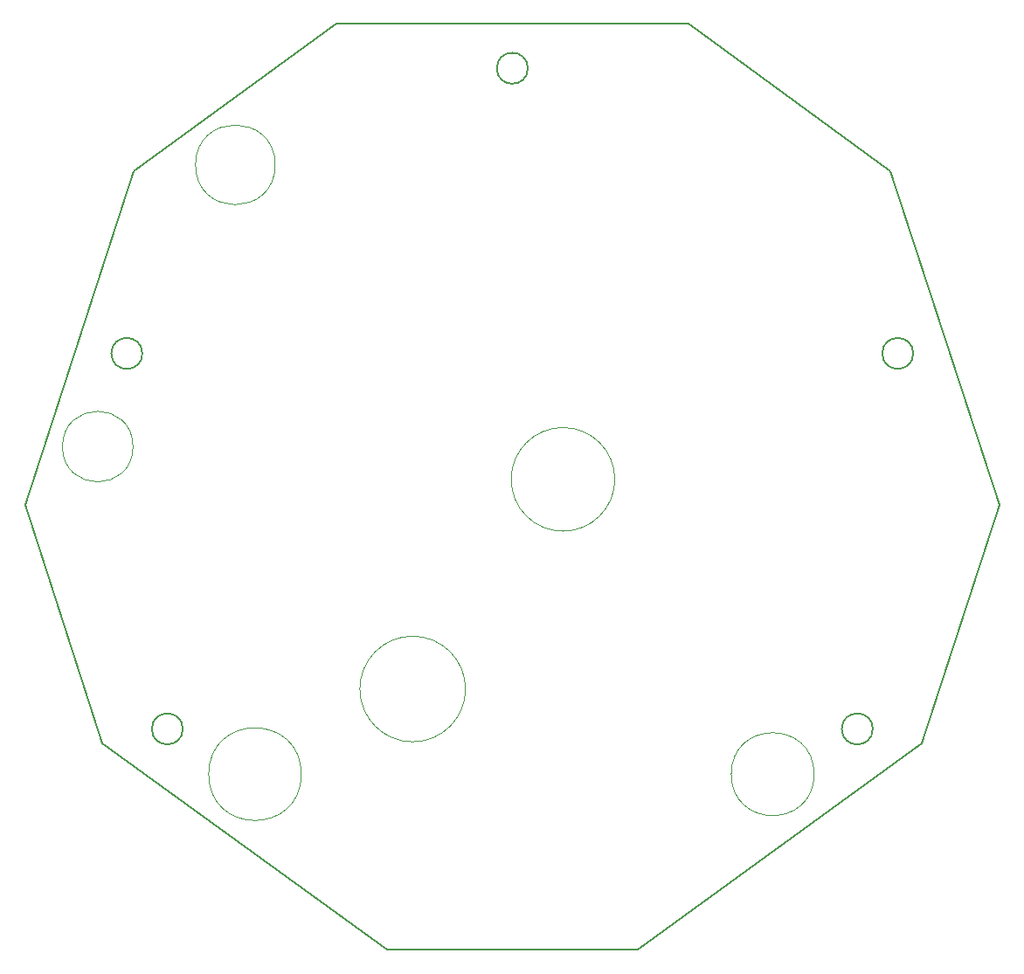
<source format=gbr>
%TF.GenerationSoftware,KiCad,Pcbnew,(6.0.2)*%
%TF.CreationDate,2022-05-01T12:50:51-07:00*%
%TF.ProjectId,controller,636f6e74-726f-46c6-9c65-722e6b696361,rev?*%
%TF.SameCoordinates,Original*%
%TF.FileFunction,Profile,NP*%
%FSLAX46Y46*%
G04 Gerber Fmt 4.6, Leading zero omitted, Abs format (unit mm)*
G04 Created by KiCad (PCBNEW (6.0.2)) date 2022-05-01 12:50:51*
%MOMM*%
%LPD*%
G01*
G04 APERTURE LIST*
%TA.AperFunction,Profile*%
%ADD10C,0.100000*%
%TD*%
%TA.AperFunction,Profile*%
%ADD11C,0.160000*%
%TD*%
G04 APERTURE END LIST*
D10*
X149304067Y-103505000D02*
G75*
G03*
X149304067Y-103505000I-5119534J0D01*
G01*
D11*
X192687905Y-70980509D02*
G75*
G03*
X192687905Y-70980509I-1500000J0D01*
G01*
D10*
X130862554Y-52705000D02*
G75*
G03*
X130862554Y-52705000I-3862554J0D01*
G01*
X163774130Y-83185000D02*
G75*
G03*
X163774130Y-83185000I-5024130J0D01*
G01*
D11*
X114137967Y-108775046D02*
X106638125Y-85692904D01*
X201032940Y-85692271D02*
X193533025Y-108775653D01*
D10*
X183086093Y-111760000D02*
G75*
G03*
X183086093Y-111760000I-4016093J0D01*
G01*
D11*
X136801515Y-39025856D02*
X170869719Y-39025168D01*
X117165905Y-53291819D02*
X136801515Y-39025856D01*
D10*
X133395128Y-111760000D02*
G75*
G03*
X133395128Y-111760000I-4490128J0D01*
G01*
D11*
X117983585Y-70980409D02*
G75*
G03*
X117983585Y-70980409I-1500000J0D01*
G01*
X170869719Y-39025168D02*
X190505349Y-53291678D01*
X106638125Y-85692904D02*
X117165905Y-53291819D01*
X155336052Y-43342149D02*
G75*
G03*
X155336052Y-43342149I-1500000J0D01*
G01*
X190505349Y-53291678D02*
X201032940Y-85692271D01*
X165970865Y-128799885D02*
X141700000Y-128800000D01*
X188766358Y-107374587D02*
G75*
G03*
X188766358Y-107374587I-1499999J0D01*
G01*
D10*
X117084580Y-80010000D02*
G75*
G03*
X117084580Y-80010000I-3419580J0D01*
G01*
D11*
X193533025Y-108775653D02*
X165970865Y-128799885D01*
X121905978Y-107374580D02*
G75*
G03*
X121905978Y-107374580I-1500000J0D01*
G01*
X141700000Y-128800000D02*
X114137967Y-108775046D01*
M02*

</source>
